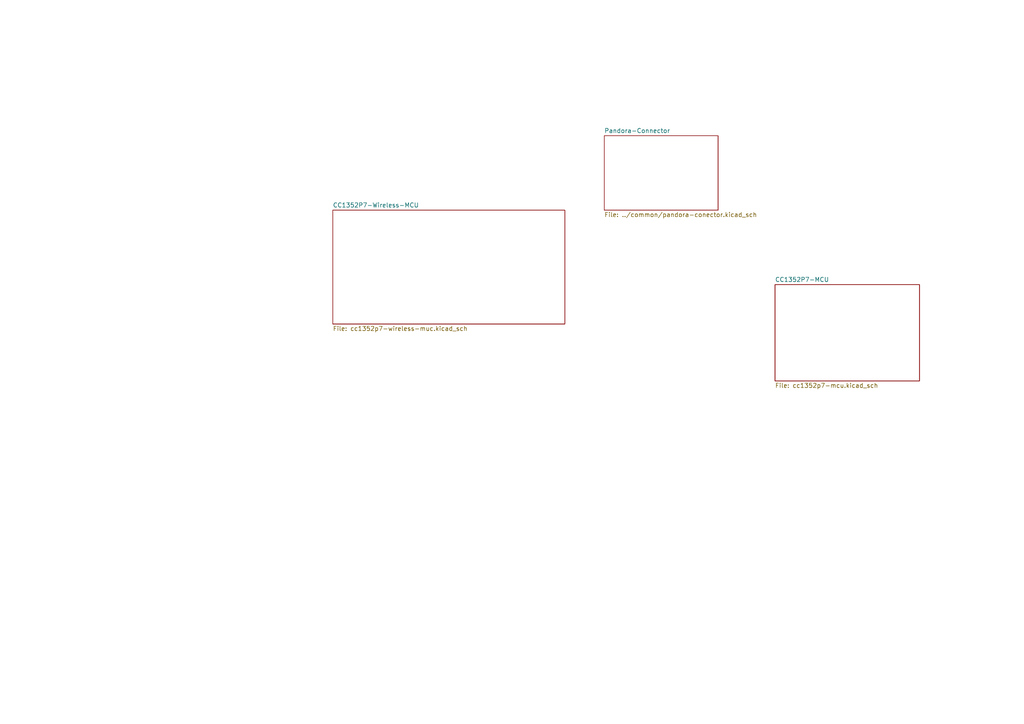
<source format=kicad_sch>
(kicad_sch
	(version 20231120)
	(generator "eeschema")
	(generator_version "8.0")
	(uuid "c9fe551c-4c0f-41a4-b51f-3c6a88b56edb")
	(paper "A4")
	(lib_symbols)
	(sheet
		(at 224.79 82.55)
		(size 41.91 27.94)
		(fields_autoplaced yes)
		(stroke
			(width 0.1524)
			(type solid)
		)
		(fill
			(color 0 0 0 0.0000)
		)
		(uuid "293b9497-c5ac-448b-861f-9fa37b0abea9")
		(property "Sheetname" "CC1352P7-MCU"
			(at 224.79 81.8384 0)
			(effects
				(font
					(size 1.27 1.27)
				)
				(justify left bottom)
			)
		)
		(property "Sheetfile" "cc1352p7-mcu.kicad_sch"
			(at 224.79 111.0746 0)
			(effects
				(font
					(size 1.27 1.27)
				)
				(justify left top)
			)
		)
		(instances
			(project "pandora-mcu-cc1352p7"
				(path "/c9fe551c-4c0f-41a4-b51f-3c6a88b56edb"
					(page "5")
				)
			)
		)
	)
	(sheet
		(at 175.26 39.37)
		(size 33.02 21.59)
		(fields_autoplaced yes)
		(stroke
			(width 0.1524)
			(type solid)
		)
		(fill
			(color 0 0 0 0.0000)
		)
		(uuid "48f53fc7-b3f1-4490-b0b3-5833b253cef2")
		(property "Sheetname" "Pandora-Connector"
			(at 175.26 38.6584 0)
			(effects
				(font
					(size 1.27 1.27)
				)
				(justify left bottom)
			)
		)
		(property "Sheetfile" "../common/pandora-conector.kicad_sch"
			(at 175.26 61.5446 0)
			(effects
				(font
					(size 1.27 1.27)
				)
				(justify left top)
			)
		)
		(instances
			(project "pandora-mcu-cc1352p7"
				(path "/c9fe551c-4c0f-41a4-b51f-3c6a88b56edb"
					(page "3")
				)
			)
		)
	)
	(sheet
		(at 96.52 60.96)
		(size 67.31 33.02)
		(fields_autoplaced yes)
		(stroke
			(width 0.1524)
			(type solid)
		)
		(fill
			(color 0 0 0 0.0000)
		)
		(uuid "a3b0949f-62ce-4607-97ca-a97dc491f012")
		(property "Sheetname" "CC1352P7-Wireless-MCU"
			(at 96.52 60.2484 0)
			(effects
				(font
					(size 1.27 1.27)
				)
				(justify left bottom)
			)
		)
		(property "Sheetfile" "cc1352p7-wireless-muc.kicad_sch"
			(at 96.52 94.5646 0)
			(effects
				(font
					(size 1.27 1.27)
				)
				(justify left top)
			)
		)
		(instances
			(project "pandora-mcu-cc1352p7"
				(path "/c9fe551c-4c0f-41a4-b51f-3c6a88b56edb"
					(page "2")
				)
			)
		)
	)
	(sheet_instances
		(path "/"
			(page "1")
		)
	)
)

</source>
